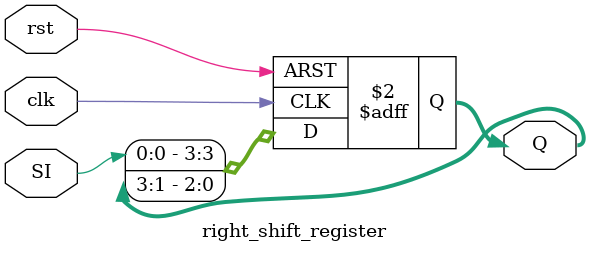
<source format=v>
module right_shift_register (
    input clk,
    input rst,
    input SI,           // Serial Input (bit to shift in from MSB side)
    output reg [3:0] Q  // 4-bit register
);

always @(posedge clk or posedge rst) begin
    if (rst)
        Q <= 4'b0000;
    else
        Q <= {SI, Q[3:1]};  // Right shift and insert SI at MSB
end

endmodule

</source>
